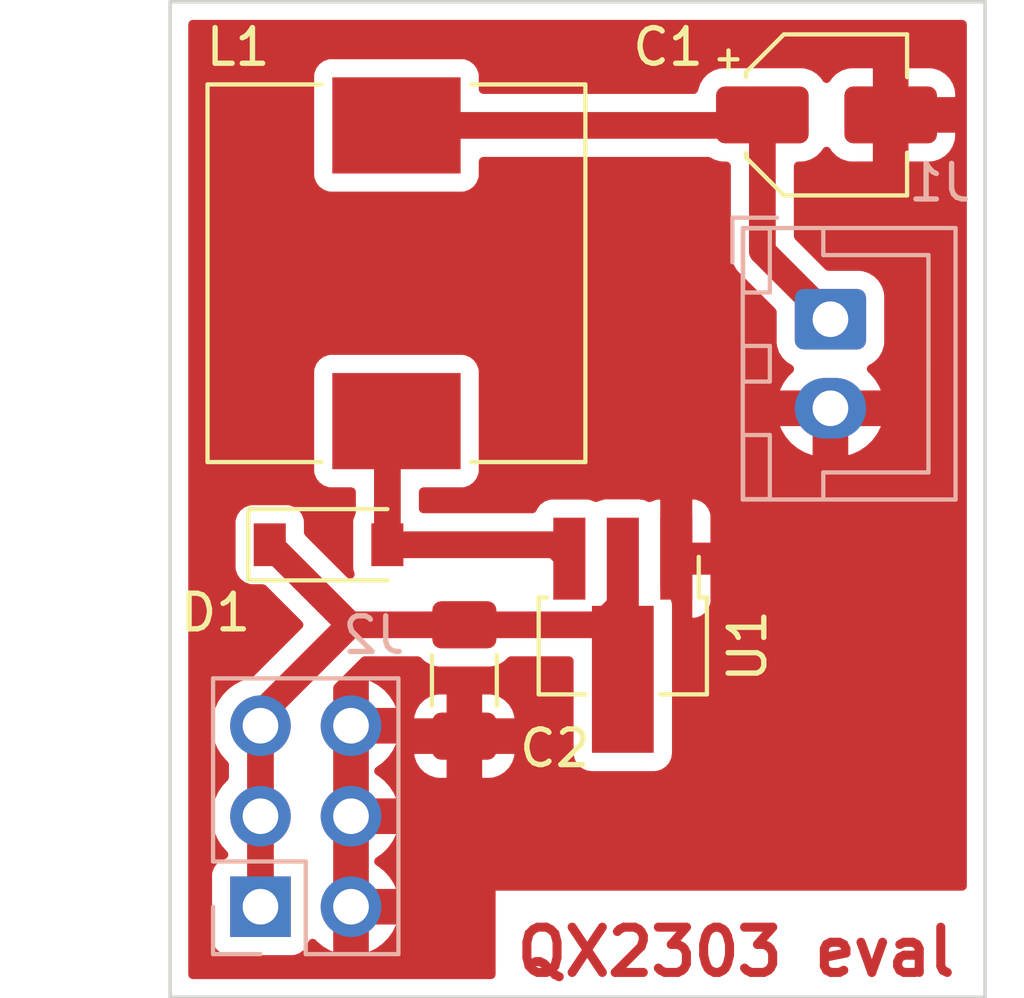
<source format=kicad_pcb>
(kicad_pcb (version 20211014) (generator pcbnew)
  (title_block (title "QX2303L50E breakout") (date "2024-10-12") (rev "0.2") (company "Yavook!de"))
  (layers (0 "F.Cu" signal) (31 "B.Cu" signal) (34 "B.Paste" user) (35 "F.Paste" user) (36 "B.SilkS" user "B.Silkscreen") (37 "F.SilkS" user "F.Silkscreen") (38 "B.Mask" user) (39 "F.Mask" user) (44 "Edge.Cuts" user))
  (net 0 "")
  (net 1 "GND")
  (net 2 "+5V")
  (net 3 "Net-(D1-Pad2)")
  (net 4 "+BATT")
  (footprint "Inductor_SMD:L_10.4x10.4_H4.8" (layer "F.Cu") (at 31.75 33.02 -90)
    (fp_text reference "L1" (at -6.35 4.445 180) (layer "F.SilkS"))
    (fp_text value "47u")
    (fp_line (start 5.3 -5.3) (end 5.3 -2.1) (layer "F.SilkS") (width 0.12))
    (fp_line (start -5.3 5.3) (end -5.3 2.1) (layer "F.SilkS") (width 0.12))
    (fp_line (start -5.3 -2.1) (end -5.3 -5.3) (layer "F.SilkS") (width 0.12))
    (fp_line (start -5.3 -5.3) (end 5.3 -5.3) (layer "F.SilkS") (width 0.12))
    (fp_line (start 5.3 5.3) (end -5.3 5.3) (layer "F.SilkS") (width 0.12))
    (fp_line (start 5.3 2.1) (end 5.3 5.3) (layer "F.SilkS") (width 0.12))
    (pad "1" smd rect (at -4.15 0 270) (size 2.7 3.6) (layers "F.Cu" "F.Paste" "F.Mask") (net 4 "+BATT"))
    (pad "2" smd rect (at 4.15 0 270) (size 2.7 3.6) (layers "F.Cu" "F.Paste" "F.Mask") (net 3 "Net-(D1-Pad2)"))
  )
  (footprint "Package_TO_SOT_SMD:SOT-89-3_Handsoldering" (layer "F.Cu") (at 38.1 43.18 -90)
    (fp_text reference "U1" (at 0.3 -3.5 90) (layer "F.SilkS"))
    (fp_text value "QX2303L50E")
    (fp_line (start -1.06 -2.36) (end -1.06 -2.13) (layer "F.SilkS") (width 0.12))
    (fp_line (start 1.66 1.05) (end 1.66 2.36) (layer "F.SilkS") (width 0.12))
    (fp_line (start -2.2 -2.13) (end -1.06 -2.13) (layer "F.SilkS") (width 0.12))
    (fp_line (start -1.06 -2.36) (end 1.66 -2.36) (layer "F.SilkS") (width 0.12))
    (fp_line (start 1.66 2.36) (end -1.06 2.36) (layer "F.SilkS") (width 0.12))
    (fp_line (start -1.06 2.36) (end -1.06 2.13) (layer "F.SilkS") (width 0.12))
    (fp_line (start 1.66 -2.36) (end 1.66 -1.05) (layer "F.SilkS") (width 0.12))
    (pad "1" smd rect (at -2.15 -1.5 270) (size 2.3 0.9) (layers "F.Cu" "F.Paste" "F.Mask") (net 1 "GND"))
    (pad "2" smd custom (at -2.0625 0 270) (size 2.475 0.9) (layers "F.Cu" "F.Paste" "F.Mask") (net 2 "+5V") (options (clearance outline) (anchor rect)) (primitives (gr_poly (pts (xy 5.3625 0.8665) (xy 1.2375 0.8665) (xy 1.2375 -0.8665) (xy 5.3625 -0.8665)) (width 0) (fill yes))))
    (pad "3" smd rect (at -2.15 1.5 270) (size 2.3 0.9) (layers "F.Cu" "F.Paste" "F.Mask") (net 3 "Net-(D1-Pad2)"))
  )
  (footprint "Diode_SMD:D_SOD-123" (layer "F.Cu") (at 29.845 40.64)
    (fp_text reference "D1" (at -3.175 1.905) (layer "F.SilkS"))
    (fp_text value "1N5819W")
    (fp_line (start -2.25 -1) (end 1.65 -1) (layer "F.SilkS") (width 0.12))
    (fp_line (start -2.25 1) (end 1.65 1) (layer "F.SilkS") (width 0.12))
    (fp_line (start -2.25 -1) (end -2.25 1) (layer "F.SilkS") (width 0.12))
    (pad "1" smd rect (at -1.65 0) (size 0.9 1.2) (layers "F.Cu" "F.Paste" "F.Mask") (net 2 "+5V"))
    (pad "2" smd rect (at 1.65 0) (size 0.9 1.2) (layers "F.Cu" "F.Paste" "F.Mask") (net 3 "Net-(D1-Pad2)"))
  )
  (footprint "Capacitor_SMD:CP_Elec_4x5.4" (layer "F.Cu") (at 43.815 28.575)
    (fp_text reference "C1" (at -4.445 -1.905) (layer "F.SilkS"))
    (fp_text value "10u")
    (fp_line (start -2.26 -1.195563) (end -1.195563 -2.26) (layer "F.SilkS") (width 0.12))
    (fp_line (start 2.26 2.26) (end 2.26 1.06) (layer "F.SilkS") (width 0.12))
    (fp_line (start -2.26 -1.195563) (end -2.26 -1.06) (layer "F.SilkS") (width 0.12))
    (fp_line (start -2.26 1.195563) (end -2.26 1.06) (layer "F.SilkS") (width 0.12))
    (fp_line (start -1.195563 -2.26) (end 2.26 -2.26) (layer "F.SilkS") (width 0.12))
    (fp_line (start 2.26 -2.26) (end 2.26 -1.06) (layer "F.SilkS") (width 0.12))
    (fp_line (start -2.75 -1.81) (end -2.75 -1.31) (layer "F.SilkS") (width 0.12))
    (fp_line (start -1.195563 2.26) (end 2.26 2.26) (layer "F.SilkS") (width 0.12))
    (fp_line (start -2.26 1.195563) (end -1.195563 2.26) (layer "F.SilkS") (width 0.12))
    (fp_line (start -3 -1.56) (end -2.5 -1.56) (layer "F.SilkS") (width 0.12))
    (pad "1" smd roundrect (at -1.8 0) (size 2.6 1.6) (layers "F.Cu" "F.Paste" "F.Mask") (roundrect_rratio 0.15625) (net 4 "+BATT"))
    (pad "2" smd roundrect (at 1.8 0) (size 2.6 1.6) (layers "F.Cu" "F.Paste" "F.Mask") (roundrect_rratio 0.15625) (net 1 "GND"))
  )
  (footprint "Capacitor_SMD:C_1206_3216Metric_Pad1.33x1.80mm_HandSolder" (layer "F.Cu") (at 33.655 44.45 -90)
    (fp_text reference "C2" (at 1.905 -2.54) (layer "F.SilkS"))
    (fp_text value "22u Ta")
    (fp_line (start -0.711252 -0.91) (end 0.711252 -0.91) (layer "F.SilkS") (width 0.12))
    (fp_line (start -0.711252 0.91) (end 0.711252 0.91) (layer "F.SilkS") (width 0.12))
    (pad "1" smd roundrect (at -1.5625 0 270) (size 1.325 1.8) (layers "F.Cu" "F.Paste" "F.Mask") (roundrect_rratio 0.188679) (net 2 "+5V"))
    (pad "2" smd roundrect (at 1.5625 0 270) (size 1.325 1.8) (layers "F.Cu" "F.Paste" "F.Mask") (roundrect_rratio 0.188679) (net 1 "GND"))
  )
  (footprint "Connector_JST:JST_XH_B2B-XH-A_1x02_P2.50mm_Vertical" (layer "B.Cu") (at 43.925 34.31 -90)
    (fp_text reference "J1" (at -3.83 -3.065 180) (layer "B.SilkS") (effects (justify mirror)))
    (fp_text value "Conn_01x02")
    (fp_line (start -2.56 -3.51) (end 5.06 -3.51) (layer "B.SilkS") (width 0.12))
    (fp_line (start 1.75 2.45) (end 0.75 2.45) (layer "B.SilkS") (width 0.12))
    (fp_line (start -2.55 0.2) (end -1.8 0.2) (layer "B.SilkS") (width 0.12))
    (fp_line (start 5.06 -3.51) (end 5.06 2.46) (layer "B.SilkS") (width 0.12))
    (fp_line (start -0.75 1.7) (end -0.75 2.45) (layer "B.SilkS") (width 0.12))
    (fp_line (start 1.75 1.7) (end 1.75 2.45) (layer "B.SilkS") (width 0.12))
    (fp_line (start 5.05 2.45) (end 3.25 2.45) (layer "B.SilkS") (width 0.12))
    (fp_line (start 4.3 -2.75) (end 1.25 -2.75) (layer "B.SilkS") (width 0.12))
    (fp_line (start -0.75 2.45) (end -2.55 2.45) (layer "B.SilkS") (width 0.12))
    (fp_line (start 4.3 0.2) (end 4.3 -2.75) (layer "B.SilkS") (width 0.12))
    (fp_line (start 3.25 2.45) (end 3.25 1.7) (layer "B.SilkS") (width 0.12))
    (fp_line (start -2.55 1.7) (end -0.75 1.7) (layer "B.SilkS") (width 0.12))
    (fp_line (start -2.56 2.46) (end -2.56 -3.51) (layer "B.SilkS") (width 0.12))
    (fp_line (start -2.85 2.75) (end -2.85 1.5) (layer "B.SilkS") (width 0.12))
    (fp_line (start 5.06 2.46) (end -2.56 2.46) (layer "B.SilkS") (width 0.12))
    (fp_line (start -1.6 2.75) (end -2.85 2.75) (layer "B.SilkS") (width 0.12))
    (fp_line (start 0.75 2.45) (end 0.75 1.7) (layer "B.SilkS") (width 0.12))
    (fp_line (start 0.75 1.7) (end 1.75 1.7) (layer "B.SilkS") (width 0.12))
    (fp_line (start 5.05 1.7) (end 5.05 2.45) (layer "B.SilkS") (width 0.12))
    (fp_line (start -1.8 0.2) (end -1.8 -2.75) (layer "B.SilkS") (width 0.12))
    (fp_line (start -1.8 -2.75) (end 1.25 -2.75) (layer "B.SilkS") (width 0.12))
    (fp_line (start -2.55 2.45) (end -2.55 1.7) (layer "B.SilkS") (width 0.12))
    (fp_line (start 3.25 1.7) (end 5.05 1.7) (layer "B.SilkS") (width 0.12))
    (fp_line (start 5.05 0.2) (end 4.3 0.2) (layer "B.SilkS") (width 0.12))
    (pad "1" thru_hole roundrect (at 0 0 270) (size 1.7 2) (drill 1) (layers *.Cu *.Mask) (roundrect_rratio 0.147059) (net 4 "+BATT"))
    (pad "2" thru_hole oval (at 2.5 0 270) (size 1.7 2) (drill 1) (layers *.Cu *.Mask) (net 1 "GND"))
  )
  (footprint "Connector_PinHeader_2.54mm:PinHeader_2x03_P2.54mm_Vertical" (layer "B.Cu") (at 27.935 50.8)
    (fp_text reference "J2" (at 3.18 -7.62) (layer "B.SilkS") (effects (justify mirror)))
    (fp_text value "Conn_02x03_Odd_Even")
    (fp_line (start -1.33 -1.27) (end -1.33 -6.41) (layer "B.SilkS") (width 0.12))
    (fp_line (start 3.87 1.33) (end 3.87 -6.41) (layer "B.SilkS") (width 0.12))
    (fp_line (start -1.33 -6.41) (end 3.87 -6.41) (layer "B.SilkS") (width 0.12))
    (fp_line (start 1.27 -1.27) (end 1.27 1.33) (layer "B.SilkS") (width 0.12))
    (fp_line (start -1.33 1.33) (end 0 1.33) (layer "B.SilkS") (width 0.12))
    (fp_line (start -1.33 0) (end -1.33 1.33) (layer "B.SilkS") (width 0.12))
    (fp_line (start 1.27 1.33) (end 3.87 1.33) (layer "B.SilkS") (width 0.12))
    (fp_line (start -1.33 -1.27) (end 1.27 -1.27) (layer "B.SilkS") (width 0.12))
    (pad "1" thru_hole rect (at 0 0) (size 1.7 1.7) (drill 1) (layers *.Cu *.Mask) (net 2 "+5V"))
    (pad "2" thru_hole oval (at 2.54 0) (size 1.7 1.7) (drill 1) (layers *.Cu *.Mask) (net 1 "GND"))
    (pad "3" thru_hole oval (at 0 -2.54) (size 1.7 1.7) (drill 1) (layers *.Cu *.Mask) (net 2 "+5V"))
    (pad "4" thru_hole oval (at 2.54 -2.54) (size 1.7 1.7) (drill 1) (layers *.Cu *.Mask) (net 1 "GND"))
    (pad "5" thru_hole oval (at 0 -5.08) (size 1.7 1.7) (drill 1) (layers *.Cu *.Mask) (net 2 "+5V"))
    (pad "6" thru_hole oval (at 2.54 -5.08) (size 1.7 1.7) (drill 1) (layers *.Cu *.Mask) (net 1 "GND"))
  )
  (gr_line (start 48.26 53.34) (end 25.4 53.34) (layer "Edge.Cuts") (width 0.1))
  (gr_line (start 48.26 25.4) (end 48.26 53.34) (layer "Edge.Cuts") (width 0.1))
  (gr_line (start 25.4 53.34) (end 25.4 25.4) (layer "Edge.Cuts") (width 0.1))
  (gr_line (start 25.4 25.4) (end 48.26 25.4) (layer "Edge.Cuts") (width 0.1))
  (gr_text "QX2303 eval" (at 41.275 52.07) (layer "F.Cu") (effects (font (size 1.27 1.27) (thickness 0.254))))
  (segment (start 27.935 50.8) (end 27.935 48.26) (width 0.75) (layer "F.Cu") (net 2))
  (segment (start 27.935 48.26) (end 27.935 45.72) (width 0.75) (layer "F.Cu") (net 2))
  (segment (start 33.655 42.8875) (end 37.491522 42.8875) (width 0.75) (layer "F.Cu") (net 2))
  (segment (start 30.4425 42.8875) (end 27.935 45.395) (width 0.75) (layer "F.Cu") (net 2))
  (segment (start 37.491522 42.8875) (end 38.1 42.279022) (width 0.75) (layer "F.Cu") (net 2))
  (segment (start 38.1 42.279022) (end 38.1 41.1175) (width 0.75) (layer "F.Cu") (net 2))
  (segment (start 30.4425 42.8875) (end 28.195 40.64) (width 0.75) (layer "F.Cu") (net 2))
  (segment (start 33.655 42.8875) (end 30.4425 42.8875) (width 0.75) (layer "F.Cu") (net 2))
  (segment (start 27.935 45.395) (end 27.935 45.72) (width 0.75) (layer "F.Cu") (net 2))
  (segment (start 31.495 37.425) (end 31.75 37.17) (width 0.75) (layer "F.Cu") (net 3))
  (segment (start 31.495 40.64) (end 31.495 37.425) (width 0.75) (layer "F.Cu") (net 3))
  (segment (start 36.21 40.64) (end 31.495 40.64) (width 0.75) (layer "F.Cu") (net 3))
  (segment (start 36.6 41.03) (end 36.21 40.64) (width 0.75) (layer "F.Cu") (net 3))
  (segment (start 41.72 28.87) (end 31.75 28.87) (width 0.75) (layer "F.Cu") (net 4))
  (segment (start 43.925 34.31) (end 42.015 32.4) (width 0.75) (layer "F.Cu") (net 4))
  (segment (start 42.015 32.4) (end 42.015 28.575) (width 0.75) (layer "F.Cu") (net 4))
  (segment (start 42.015 28.575) (end 41.72 28.87) (width 0.75) (layer "F.Cu") (net 4))
  (zone (net 1) (net_name "GND") (layer "F.Cu") (connect_pads (clearance 0.508)) (min_thickness 0.254) (fill yes (thermal_gap 0.508) (thermal_bridge_width 1))
    (polygon (pts (xy 48.26 53.34) (xy 25.4 53.34) (xy 25.4 25.4) (xy 48.26 25.4)))
  )
)
</source>
